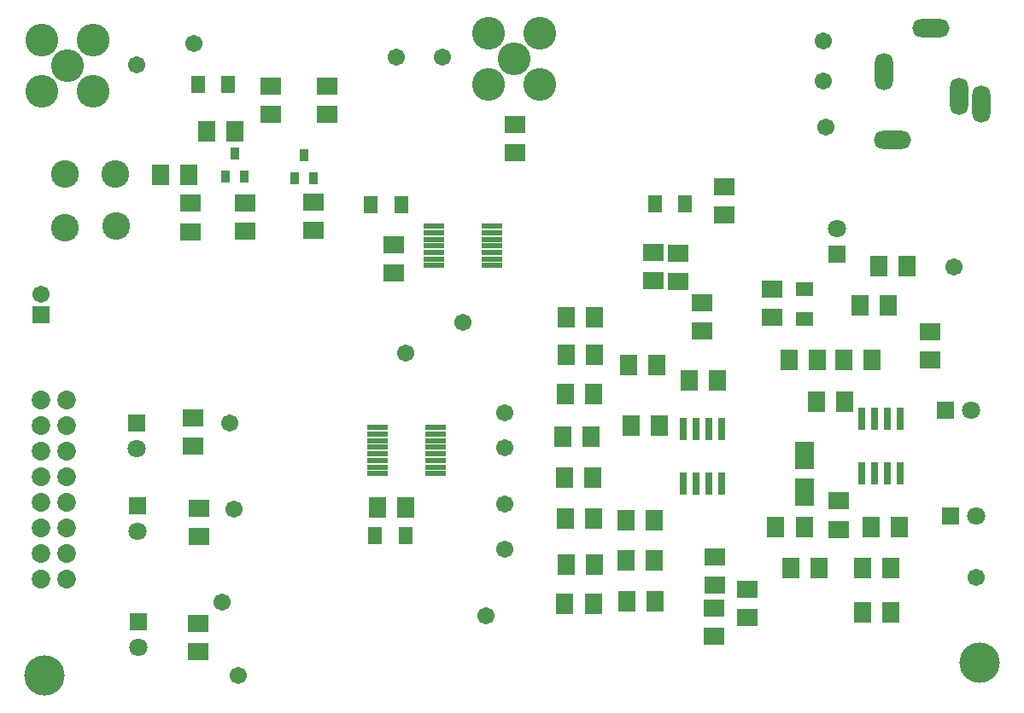
<source format=gbr>
G04 DipTrace 3.3.1.1*
G04 TopMask.gbr*
%MOIN*%
G04 #@! TF.FileFunction,Soldermask,Top*
G04 #@! TF.Part,Single*
%ADD42C,0.15748*%
%ADD49R,0.078898X0.02378*%
%ADD51R,0.031654X0.086772*%
%ADD53R,0.033622X0.04937*%
%ADD55C,0.073031*%
%ADD57C,0.108031*%
%ADD59C,0.128031*%
%ADD61C,0.067087*%
%ADD63R,0.071024X0.055276*%
%ADD65R,0.055276X0.071024*%
%ADD67C,0.067087*%
%ADD69R,0.067087X0.067087*%
%ADD71O,0.071024X0.145827*%
%ADD73O,0.145827X0.071024*%
%ADD75R,0.072992X0.108425*%
%ADD77R,0.071024X0.071024*%
%ADD79C,0.071024*%
%ADD81R,0.078898X0.071024*%
%ADD83R,0.071024X0.078898*%
%FSLAX26Y26*%
G04*
G70*
G90*
G75*
G01*
G04 TopMask*
%LPD*%
D83*
X1105552Y2508047D3*
X995316D3*
D81*
X1645966Y2854944D3*
Y2744707D3*
X1908315Y2126913D3*
Y2237150D3*
D83*
X1953202Y1209238D3*
X1842966D3*
D79*
X905717Y1114366D3*
D77*
Y1214366D3*
D81*
X1148110Y1094896D3*
Y1205133D3*
D79*
X910106Y661322D3*
D77*
Y761322D3*
D81*
X1142047Y645197D3*
Y755433D3*
D79*
X903391Y1440105D3*
D77*
Y1540105D3*
D81*
X1124867Y1449197D3*
Y1559433D3*
X2378601Y2594583D3*
Y2704819D3*
X2918406Y2207122D3*
Y2096886D3*
D83*
X2577912Y1164563D3*
X2688148D3*
X2690182Y1804325D3*
X2579946D3*
X2677379Y1485795D3*
X2567143D3*
X2683640Y1324714D3*
X2573404D3*
X2579291Y987096D3*
X2689528D3*
X2685188Y834150D3*
X2574951D3*
X2577629Y1651018D3*
X2687865D3*
X2579259Y1952114D3*
X2689495D3*
D81*
X3287252Y778304D3*
Y888541D3*
X3383408Y1954041D3*
Y2064277D3*
X3197925Y2352596D3*
Y2462832D3*
D83*
X3845816Y798028D3*
X3735580D3*
D79*
X3636833Y2300774D3*
D77*
Y2200774D3*
D83*
X3665719Y1623274D3*
X3555483D3*
D75*
X3509433Y1269717D3*
Y1411449D3*
D83*
X3398303Y1132088D3*
X3508539D3*
D81*
X3998934Y1897510D3*
Y1787274D3*
D79*
X4159467Y1590285D3*
D77*
X4059467D3*
D79*
X4181488Y1175874D3*
D77*
X4081488D3*
D42*
X4194016Y601102D3*
X544016Y551102D3*
D73*
X4004369Y3081881D3*
D71*
X4198513Y2784404D3*
X4112459Y2816887D3*
X3819791Y2914261D3*
D73*
X3854681Y2646247D3*
D69*
X531642Y1963510D3*
D67*
Y2042251D3*
D65*
X1834871Y1097963D3*
X1952982D3*
X1141881Y2861520D3*
X1259991D3*
X2926448Y2395193D3*
X3044558D3*
D63*
X3509289Y2062894D3*
Y1944783D3*
D65*
X1935483Y2393928D3*
X1817373D3*
D61*
X1953916Y1811890D3*
X1281837Y1203852D3*
X1235551Y840555D3*
X1299528Y551496D3*
X2178004Y1934119D3*
X2340785Y1444001D3*
Y1223827D3*
Y1045469D3*
Y1580545D3*
D59*
X732398Y3035762D3*
Y2835762D3*
D61*
X1127207Y3023131D3*
X4178602Y935894D3*
X902264Y2938459D3*
D57*
X622656Y2513177D3*
X818963D3*
X622656Y2302055D3*
X822667Y2309463D3*
D61*
X2095402Y2970780D3*
X1266791Y1540507D3*
X2268189Y784720D3*
X3582992Y3031811D3*
Y2874331D3*
X3593093Y2694316D3*
X4094803Y2149092D3*
D59*
X532398Y2835762D3*
D61*
X1918167Y2968657D3*
D59*
X532398Y3035762D3*
X632398Y2935762D3*
X2477824Y3063031D3*
Y2863031D3*
X2277824D3*
Y3063031D3*
X2377824Y2963031D3*
D55*
X528988Y1529865D3*
Y1429865D3*
Y1329865D3*
Y1229865D3*
Y1129865D3*
Y1029865D3*
Y929865D3*
X628988D3*
Y1029865D3*
Y1129865D3*
Y1229865D3*
Y1329865D3*
Y1429865D3*
Y1529865D3*
Y1629865D3*
X528988D3*
D53*
X1248644Y2501328D3*
X1323448D3*
X1286046Y2591879D3*
X1519915Y2495752D3*
X1594718D3*
X1557316Y2586303D3*
D83*
X1177248Y2678226D3*
X1287484D3*
D81*
X1114606Y2397652D3*
Y2287416D3*
X1425066Y2857612D3*
Y2747375D3*
X1326360Y2398286D3*
Y2288050D3*
X1595051Y2401899D3*
Y2291663D3*
D83*
X2822106Y1765272D3*
X2932343D3*
X2831795Y1530874D3*
X2942031D3*
X3059508Y1707513D3*
X3169744D3*
D81*
X3017280Y2093579D3*
Y2203815D3*
X3108980Y1898734D3*
Y2008970D3*
D83*
X2814063Y1001908D3*
X2924299D3*
X2817954Y842667D3*
X2928190D3*
X2814745Y1160416D3*
X2924982D3*
D81*
X3159278Y906356D3*
Y1016592D3*
X3156991Y705042D3*
Y815278D3*
D83*
X3449448Y1787007D3*
X3559684D3*
X3662545Y1785466D3*
X3772781D3*
X3909093Y2151676D3*
X3798857D3*
X3725318Y1998944D3*
X3835554D3*
X3457287Y971283D3*
X3567524D3*
X3735615Y973348D3*
X3845852D3*
D81*
X3644306Y1124130D3*
Y1234366D3*
D83*
X3768566Y1131050D3*
X3878802D3*
D51*
X3733194Y1343434D3*
X3783194D3*
X3833194D3*
X3883194D3*
Y1556033D3*
X3833194D3*
X3783194D3*
X3733194D3*
X3037705Y1302831D3*
X3087705D3*
X3137705D3*
X3187705D3*
Y1515429D3*
X3137705D3*
X3087705D3*
X3037705D3*
D49*
X1842845Y1521093D3*
Y1495503D3*
Y1469912D3*
Y1444322D3*
Y1418731D3*
Y1393140D3*
Y1367550D3*
Y1341959D3*
X2071199D3*
X2071192Y1367550D3*
Y1393140D3*
Y1418731D3*
Y1444322D3*
Y1469912D3*
Y1495503D3*
Y1521093D3*
X2062013Y2307877D3*
Y2282286D3*
Y2256696D3*
Y2231105D3*
Y2205514D3*
Y2179924D3*
X2062021Y2154333D3*
X2290360D3*
Y2179924D3*
Y2205514D3*
Y2231105D3*
Y2256696D3*
Y2282286D3*
Y2307877D3*
M02*

</source>
